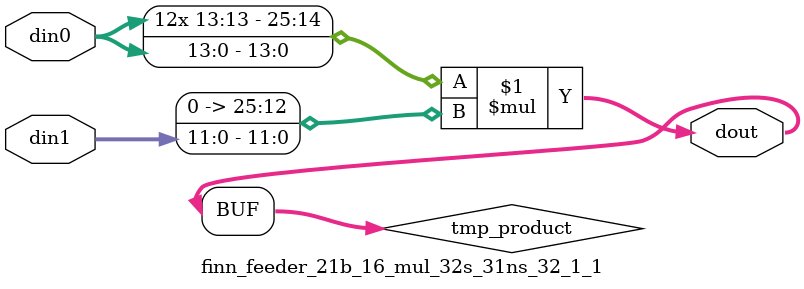
<source format=v>

`timescale 1 ns / 1 ps

  module finn_feeder_21b_16_mul_32s_31ns_32_1_1(din0, din1, dout);
parameter ID = 1;
parameter NUM_STAGE = 0;
parameter din0_WIDTH = 14;
parameter din1_WIDTH = 12;
parameter dout_WIDTH = 26;

input [din0_WIDTH - 1 : 0] din0; 
input [din1_WIDTH - 1 : 0] din1; 
output [dout_WIDTH - 1 : 0] dout;

wire signed [dout_WIDTH - 1 : 0] tmp_product;












assign tmp_product = $signed(din0) * $signed({1'b0, din1});









assign dout = tmp_product;







endmodule

</source>
